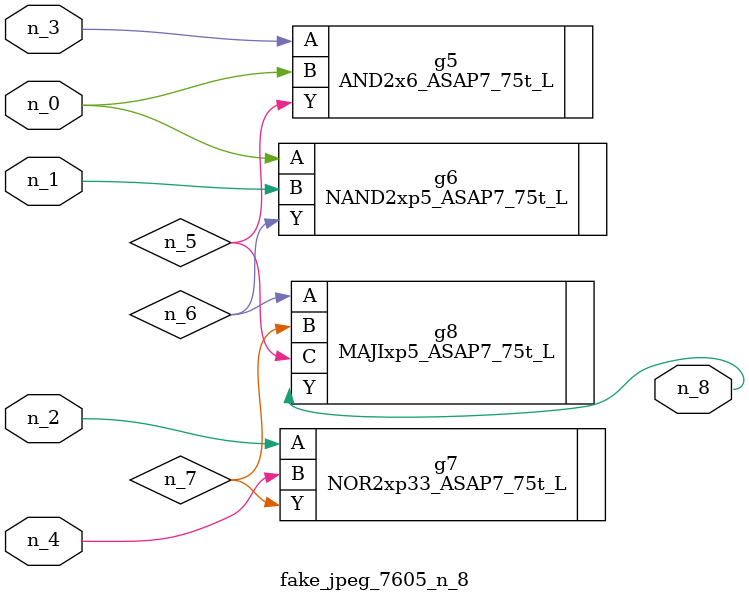
<source format=v>
module fake_jpeg_7605_n_8 (n_3, n_2, n_1, n_0, n_4, n_8);

input n_3;
input n_2;
input n_1;
input n_0;
input n_4;

output n_8;

wire n_6;
wire n_5;
wire n_7;

AND2x6_ASAP7_75t_L g5 ( 
.A(n_3),
.B(n_0),
.Y(n_5)
);

NAND2xp5_ASAP7_75t_L g6 ( 
.A(n_0),
.B(n_1),
.Y(n_6)
);

NOR2xp33_ASAP7_75t_L g7 ( 
.A(n_2),
.B(n_4),
.Y(n_7)
);

MAJIxp5_ASAP7_75t_L g8 ( 
.A(n_6),
.B(n_7),
.C(n_5),
.Y(n_8)
);


endmodule
</source>
